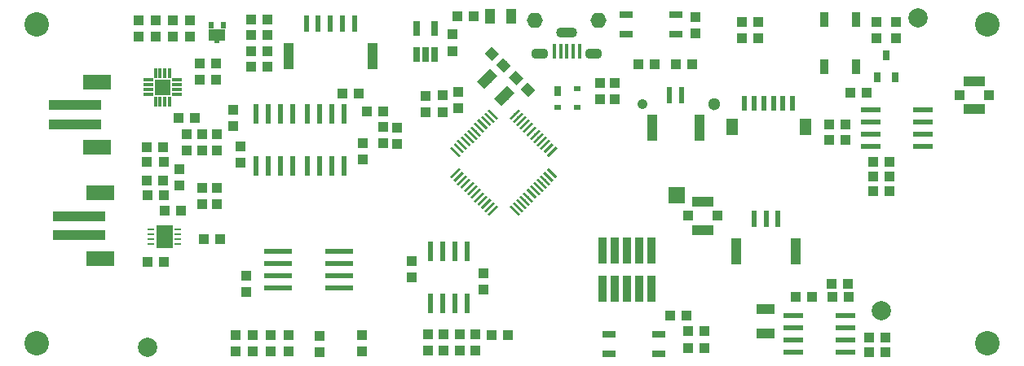
<source format=gbr>
G04 #@! TF.GenerationSoftware,KiCad,Pcbnew,(5.0.0)*
G04 #@! TF.CreationDate,2018-12-11T15:37:44-06:00*
G04 #@! TF.ProjectId,fk-core,666B2D636F72652E6B696361645F7063,0.1*
G04 #@! TF.SameCoordinates,PX791ddc0PY791ddc0*
G04 #@! TF.FileFunction,Soldermask,Top*
G04 #@! TF.FilePolarity,Negative*
%FSLAX46Y46*%
G04 Gerber Fmt 4.6, Leading zero omitted, Abs format (unit mm)*
G04 Created by KiCad (PCBNEW (5.0.0)) date 12/11/18 15:37:44*
%MOMM*%
%LPD*%
G01*
G04 APERTURE LIST*
%ADD10R,5.500000X1.000000*%
%ADD11R,3.000000X1.600000*%
%ADD12O,1.651000X1.600000*%
%ADD13R,0.450000X1.500000*%
%ADD14O,1.800000X1.100000*%
%ADD15O,2.200000X1.100000*%
%ADD16R,0.700000X0.250000*%
%ADD17R,1.660000X2.380000*%
%ADD18R,1.100000X1.000000*%
%ADD19R,1.000000X1.100000*%
%ADD20R,0.650000X1.560000*%
%ADD21R,0.600000X1.700000*%
%ADD22R,1.000000X2.800000*%
%ADD23R,1.700000X1.700000*%
%ADD24R,3.000000X0.600000*%
%ADD25R,0.600000X2.000000*%
%ADD26R,1.000000X1.500000*%
%ADD27R,1.450000X0.700000*%
%ADD28C,1.050000*%
%ADD29C,1.300000*%
%ADD30R,0.900000X1.500000*%
%ADD31C,1.000000*%
%ADD32C,0.100000*%
%ADD33R,0.600000X0.700000*%
%ADD34R,1.800000X1.300000*%
%ADD35R,0.600000X0.450000*%
%ADD36R,0.700000X1.000000*%
%ADD37R,0.700000X0.600000*%
%ADD38C,2.000000*%
%ADD39R,0.650000X1.050000*%
%ADD40C,0.250000*%
%ADD41R,0.890000X0.890000*%
%ADD42R,0.990000X0.420000*%
%ADD43R,0.420000X0.990000*%
%ADD44R,0.440000X0.990000*%
%ADD45R,2.000000X0.600000*%
%ADD46C,1.100000*%
%ADD47R,1.900000X1.100000*%
%ADD48R,0.600000X1.550000*%
%ADD49R,1.200000X1.800000*%
%ADD50R,0.950000X2.700000*%
%ADD51R,2.200000X1.050000*%
%ADD52R,1.050000X1.000000*%
%ADD53C,2.540000*%
G04 APERTURE END LIST*
D10*
G04 #@! TO.C,J3*
X-46863000Y7477000D03*
X-46863000Y5477000D03*
D11*
X-44613000Y9877000D03*
X-44613000Y3077000D03*
G04 #@! TD*
D10*
G04 #@! TO.C,J10*
X-46482000Y-4096000D03*
X-46482000Y-6096000D03*
D11*
X-44232000Y-1696000D03*
X-44232000Y-8496000D03*
G04 #@! TD*
D12*
G04 #@! TO.C,J9*
X861000Y16259000D03*
X7461000Y16259000D03*
G04 #@! TD*
D13*
G04 #@! TO.C,J16*
X5491000Y13077000D03*
D14*
X6991000Y12827000D03*
X1391000Y12827000D03*
D13*
X4191000Y13077000D03*
X4841000Y13077000D03*
X3541000Y13077000D03*
X2891000Y13077000D03*
D15*
X4191000Y14977000D03*
G04 #@! TD*
D16*
G04 #@! TO.C,U15*
X-36192000Y-6973000D03*
X-36192000Y-6473000D03*
X-36192000Y-5973000D03*
X-36192000Y-5473000D03*
X-38992000Y-5473000D03*
X-38992000Y-5973000D03*
X-38992000Y-6473000D03*
X-38992000Y-6973000D03*
D17*
X-37592000Y-6223000D03*
G04 #@! TD*
D18*
G04 #@! TO.C,C39*
X-39419000Y-381000D03*
X-37719000Y-381000D03*
G04 #@! TD*
G04 #@! TO.C,C40*
X-37553000Y-3556000D03*
X-35853000Y-3556000D03*
G04 #@! TD*
D19*
G04 #@! TO.C,R46*
X-33655000Y-1182000D03*
X-33655000Y-2882000D03*
G04 #@! TD*
G04 #@! TO.C,R45*
X-32131000Y-2882000D03*
X-32131000Y-1182000D03*
G04 #@! TD*
D18*
G04 #@! TO.C,R44*
X-39331000Y-8890000D03*
X-37631000Y-8890000D03*
G04 #@! TD*
G04 #@! TO.C,R43*
X-31789000Y-6477000D03*
X-33489000Y-6477000D03*
G04 #@! TD*
G04 #@! TO.C,R42*
X-39331000Y-1905000D03*
X-37631000Y-1905000D03*
G04 #@! TD*
D20*
G04 #@! TO.C,U4*
X-11440442Y12715608D03*
X-10490442Y12715608D03*
X-9540442Y12715608D03*
X-9540442Y15415608D03*
X-11440442Y15415608D03*
G04 #@! TD*
D21*
G04 #@! TO.C,J6*
X-17864200Y15923000D03*
X-19114200Y15923000D03*
X-20364200Y15923000D03*
X-21614200Y15923000D03*
X-22864200Y15923000D03*
D22*
X-16014200Y12573000D03*
X-24714200Y12573000D03*
G04 #@! TD*
D21*
G04 #@! TO.C,J8*
X16131700Y8477800D03*
X14881700Y8477800D03*
D22*
X17981700Y5127800D03*
X13031700Y5127800D03*
G04 #@! TD*
D23*
G04 #@! TO.C,J4*
X15621000Y-1905000D03*
G04 #@! TD*
D24*
G04 #@! TO.C,U5*
X-25806000Y-11557000D03*
X-25806000Y-10287000D03*
X-25806000Y-9017000D03*
X-25806000Y-7747000D03*
X-19406000Y-7747000D03*
X-19406000Y-9017000D03*
X-19406000Y-10287000D03*
X-19406000Y-11557000D03*
G04 #@! TD*
D25*
G04 #@! TO.C,U9*
X-18923000Y1110000D03*
X-20193000Y1110000D03*
X-21463000Y1110000D03*
X-22733000Y1110000D03*
X-22733000Y6510000D03*
X-21463000Y6510000D03*
X-20193000Y6510000D03*
X-18923000Y6510000D03*
G04 #@! TD*
D26*
G04 #@! TO.C,F1*
X-3780000Y16700000D03*
X-1580000Y16700000D03*
G04 #@! TD*
D19*
G04 #@! TO.C,C16*
X-6926802Y-16440022D03*
X-6926802Y-18140022D03*
G04 #@! TD*
D21*
G04 #@! TO.C,J5*
X26142000Y-4400000D03*
X24892000Y-4400000D03*
X23642000Y-4400000D03*
D22*
X27992000Y-7750000D03*
X21792000Y-7750000D03*
G04 #@! TD*
D27*
G04 #@! TO.C,SW2*
X15495900Y16875000D03*
X10335900Y16875000D03*
X10335900Y14875000D03*
X15495900Y14875000D03*
G04 #@! TD*
G04 #@! TO.C,SW1*
X8545200Y-18399000D03*
X13705200Y-18399000D03*
X13705200Y-16399000D03*
X8545200Y-16399000D03*
G04 #@! TD*
D28*
G04 #@! TO.C,BT1*
X12023600Y7518400D03*
D29*
X19473600Y7518400D03*
G04 #@! TD*
D30*
G04 #@! TO.C,U13*
X30912800Y11431100D03*
X34212800Y11431100D03*
X34212800Y16331100D03*
X30912800Y16331100D03*
G04 #@! TD*
D19*
G04 #@! TO.C,C33*
X-10228802Y-16440022D03*
X-10228802Y-18140022D03*
G04 #@! TD*
G04 #@! TO.C,C34*
X-8577802Y-16440022D03*
X-8577802Y-18140022D03*
G04 #@! TD*
G04 #@! TO.C,R7*
X-11938000Y-10502000D03*
X-11938000Y-8802000D03*
G04 #@! TD*
G04 #@! TO.C,C1*
X-7086600Y7154976D03*
X-7086600Y8854976D03*
G04 #@! TD*
D31*
G04 #@! TO.C,C3*
X-2384279Y11602963D03*
D32*
G36*
X-1641817Y11567608D02*
X-2348924Y10860501D01*
X-3126741Y11638318D01*
X-2419634Y12345425D01*
X-1641817Y11567608D01*
X-1641817Y11567608D01*
G37*
D31*
X-3586361Y12805045D03*
D32*
G36*
X-2843899Y12769690D02*
X-3551006Y12062583D01*
X-4328823Y12840400D01*
X-3621716Y13547507D01*
X-2843899Y12769690D01*
X-2843899Y12769690D01*
G37*
G04 #@! TD*
D31*
G04 #@! TO.C,C4*
X-1054920Y10273604D03*
D32*
G36*
X-1797382Y10308959D02*
X-1090275Y11016066D01*
X-312458Y10238249D01*
X-1019565Y9531142D01*
X-1797382Y10308959D01*
X-1797382Y10308959D01*
G37*
D31*
X147162Y9071522D03*
D32*
G36*
X-595300Y9106877D02*
X111807Y9813984D01*
X889624Y9036167D01*
X182517Y8329060D01*
X-595300Y9106877D01*
X-595300Y9106877D01*
G37*
G04 #@! TD*
D19*
G04 #@! TO.C,C7*
X-8714208Y6748576D03*
X-8714208Y8448576D03*
G04 #@! TD*
G04 #@! TO.C,C11*
X-7697842Y14799994D03*
X-7697842Y13099994D03*
G04 #@! TD*
D18*
G04 #@! TO.C,C12*
X-32197353Y11760341D03*
X-33897353Y11760341D03*
G04 #@! TD*
D19*
G04 #@! TO.C,C18*
X-29083000Y-10326000D03*
X-29083000Y-12026000D03*
G04 #@! TD*
D18*
G04 #@! TO.C,C19*
X-39458000Y3048000D03*
X-37758000Y3048000D03*
G04 #@! TD*
G04 #@! TO.C,C20*
X-34456000Y6096000D03*
X-36156000Y6096000D03*
G04 #@! TD*
G04 #@! TO.C,C21*
X-19138000Y8636000D03*
X-17438000Y8636000D03*
G04 #@! TD*
G04 #@! TO.C,C22*
X29679000Y-12522200D03*
X27979000Y-12522200D03*
G04 #@! TD*
G04 #@! TO.C,C24*
X33362000Y-11176000D03*
X31662000Y-11176000D03*
G04 #@! TD*
D19*
G04 #@! TO.C,D1*
X36347400Y14418600D03*
X36347400Y16118600D03*
G04 #@! TD*
G04 #@! TO.C,D2*
X-28397200Y-16450600D03*
X-28397200Y-18150600D03*
G04 #@! TD*
G04 #@! TO.C,D3*
X-24731530Y-16470430D03*
X-24731530Y-18170430D03*
G04 #@! TD*
D33*
G04 #@! TO.C,D7*
X-31481000Y15807400D03*
X-32781000Y15807400D03*
D34*
X-32131000Y14757400D03*
D35*
X-32131000Y14082400D03*
G04 #@! TD*
D36*
G04 #@! TO.C,D8*
X3260000Y8950000D03*
D37*
X3260000Y7250000D03*
X5260000Y7250000D03*
X5260000Y9150000D03*
G04 #@! TD*
D18*
G04 #@! TO.C,D9*
X-28612200Y16335400D03*
X-26912200Y16335400D03*
G04 #@! TD*
G04 #@! TO.C,D10*
X-28612200Y13084200D03*
X-26912200Y13084200D03*
G04 #@! TD*
D19*
G04 #@! TO.C,D11*
X22372800Y14390000D03*
X22372800Y16090000D03*
G04 #@! TD*
G04 #@! TO.C,L1*
X-10457008Y6733376D03*
X-10457008Y8433376D03*
G04 #@! TD*
D18*
G04 #@! TO.C,L2*
X-7210000Y16680000D03*
X-5510000Y16680000D03*
G04 #@! TD*
D38*
G04 #@! TO.C,M2*
X36830000Y-13970000D03*
G04 #@! TD*
G04 #@! TO.C,M5*
X40640000Y16510000D03*
G04 #@! TD*
G04 #@! TO.C,M8*
X-39370000Y-17780000D03*
G04 #@! TD*
D39*
G04 #@! TO.C,Q1*
X36413400Y10327000D03*
X38313400Y10327000D03*
X37363400Y12627000D03*
G04 #@! TD*
D19*
G04 #@! TO.C,R2*
X-17094200Y-16450600D03*
X-17094200Y-18150600D03*
G04 #@! TD*
G04 #@! TO.C,R3*
X38379400Y16118600D03*
X38379400Y14418600D03*
G04 #@! TD*
G04 #@! TO.C,R4*
X-30226000Y-16450600D03*
X-30226000Y-18150600D03*
G04 #@! TD*
G04 #@! TO.C,R5*
X-26568400Y-16501400D03*
X-26568400Y-18201400D03*
G04 #@! TD*
G04 #@! TO.C,R6*
X-4445000Y-11772000D03*
X-4445000Y-10072000D03*
G04 #@! TD*
D18*
G04 #@! TO.C,R8*
X18503000Y-17856200D03*
X16803000Y-17856200D03*
G04 #@! TD*
G04 #@! TO.C,R9*
X18503000Y-16078200D03*
X16803000Y-16078200D03*
G04 #@! TD*
G04 #@! TO.C,R10*
X11621400Y11684000D03*
X13321400Y11684000D03*
G04 #@! TD*
G04 #@! TO.C,R17*
X17182200Y11684000D03*
X15482200Y11684000D03*
G04 #@! TD*
G04 #@! TO.C,R21*
X-32197353Y10083941D03*
X-33897353Y10083941D03*
G04 #@! TD*
D19*
G04 #@! TO.C,R22*
X-34977753Y16267941D03*
X-34977753Y14567941D03*
G04 #@! TD*
G04 #@! TO.C,R23*
X9144000Y9740000D03*
X9144000Y8040000D03*
G04 #@! TD*
G04 #@! TO.C,R24*
X-36755753Y16267941D03*
X-36755753Y14567941D03*
G04 #@! TD*
G04 #@! TO.C,R25*
X-38482953Y16267941D03*
X-38482953Y14567941D03*
G04 #@! TD*
G04 #@! TO.C,R30*
X7620000Y9740000D03*
X7620000Y8040000D03*
G04 #@! TD*
D18*
G04 #@! TO.C,R32*
X-28612200Y14709800D03*
X-26912200Y14709800D03*
G04 #@! TD*
G04 #@! TO.C,R33*
X-28612200Y11458600D03*
X-26912200Y11458600D03*
G04 #@! TD*
D19*
G04 #@! TO.C,R34*
X-40260953Y14567941D03*
X-40260953Y16267941D03*
G04 #@! TD*
D18*
G04 #@! TO.C,R37*
X33438200Y-12522200D03*
X31738200Y-12522200D03*
G04 #@! TD*
D19*
G04 #@! TO.C,R39*
X24100000Y14390000D03*
X24100000Y16090000D03*
G04 #@! TD*
D40*
G04 #@! TO.C,U2*
X-3493571Y6519058D03*
D32*
G36*
X-4041579Y6890289D02*
X-3864802Y7067066D01*
X-2945563Y6147827D01*
X-3122340Y5971050D01*
X-4041579Y6890289D01*
X-4041579Y6890289D01*
G37*
D40*
X-3847124Y6165505D03*
D32*
G36*
X-4395132Y6536736D02*
X-4218355Y6713513D01*
X-3299116Y5794274D01*
X-3475893Y5617497D01*
X-4395132Y6536736D01*
X-4395132Y6536736D01*
G37*
D40*
X-4200678Y5811951D03*
D32*
G36*
X-4748686Y6183182D02*
X-4571909Y6359959D01*
X-3652670Y5440720D01*
X-3829447Y5263943D01*
X-4748686Y6183182D01*
X-4748686Y6183182D01*
G37*
D40*
X-4554231Y5458398D03*
D32*
G36*
X-5102239Y5829629D02*
X-4925462Y6006406D01*
X-4006223Y5087167D01*
X-4183000Y4910390D01*
X-5102239Y5829629D01*
X-5102239Y5829629D01*
G37*
D40*
X-4907784Y5104845D03*
D32*
G36*
X-5455792Y5476076D02*
X-5279015Y5652853D01*
X-4359776Y4733614D01*
X-4536553Y4556837D01*
X-5455792Y5476076D01*
X-5455792Y5476076D01*
G37*
D40*
X-5261338Y4751291D03*
D32*
G36*
X-5809346Y5122522D02*
X-5632569Y5299299D01*
X-4713330Y4380060D01*
X-4890107Y4203283D01*
X-5809346Y5122522D01*
X-5809346Y5122522D01*
G37*
D40*
X-5614891Y4397738D03*
D32*
G36*
X-6162899Y4768969D02*
X-5986122Y4945746D01*
X-5066883Y4026507D01*
X-5243660Y3849730D01*
X-6162899Y4768969D01*
X-6162899Y4768969D01*
G37*
D40*
X-5968445Y4044184D03*
D32*
G36*
X-6516453Y4415415D02*
X-6339676Y4592192D01*
X-5420437Y3672953D01*
X-5597214Y3496176D01*
X-6516453Y4415415D01*
X-6516453Y4415415D01*
G37*
D40*
X-6321998Y3690631D03*
D32*
G36*
X-6870006Y4061862D02*
X-6693229Y4238639D01*
X-5773990Y3319400D01*
X-5950767Y3142623D01*
X-6870006Y4061862D01*
X-6870006Y4061862D01*
G37*
D40*
X-6675551Y3337078D03*
D32*
G36*
X-7223559Y3708309D02*
X-7046782Y3885086D01*
X-6127543Y2965847D01*
X-6304320Y2789070D01*
X-7223559Y3708309D01*
X-7223559Y3708309D01*
G37*
D40*
X-7029105Y2983524D03*
D32*
G36*
X-7577113Y3354755D02*
X-7400336Y3531532D01*
X-6481097Y2612293D01*
X-6657874Y2435516D01*
X-7577113Y3354755D01*
X-7577113Y3354755D01*
G37*
D40*
X-7382658Y2629971D03*
D32*
G36*
X-7930666Y3001202D02*
X-7753889Y3177979D01*
X-6834650Y2258740D01*
X-7011427Y2081963D01*
X-7930666Y3001202D01*
X-7930666Y3001202D01*
G37*
D40*
X-7382658Y367229D03*
D32*
G36*
X-7753889Y-180779D02*
X-7930666Y-4002D01*
X-7011427Y915237D01*
X-6834650Y738460D01*
X-7753889Y-180779D01*
X-7753889Y-180779D01*
G37*
D40*
X-7029105Y13676D03*
D32*
G36*
X-7400336Y-534332D02*
X-7577113Y-357555D01*
X-6657874Y561684D01*
X-6481097Y384907D01*
X-7400336Y-534332D01*
X-7400336Y-534332D01*
G37*
D40*
X-6675551Y-339878D03*
D32*
G36*
X-7046782Y-887886D02*
X-7223559Y-711109D01*
X-6304320Y208130D01*
X-6127543Y31353D01*
X-7046782Y-887886D01*
X-7046782Y-887886D01*
G37*
D40*
X-6321998Y-693431D03*
D32*
G36*
X-6693229Y-1241439D02*
X-6870006Y-1064662D01*
X-5950767Y-145423D01*
X-5773990Y-322200D01*
X-6693229Y-1241439D01*
X-6693229Y-1241439D01*
G37*
D40*
X-5968445Y-1046984D03*
D32*
G36*
X-6339676Y-1594992D02*
X-6516453Y-1418215D01*
X-5597214Y-498976D01*
X-5420437Y-675753D01*
X-6339676Y-1594992D01*
X-6339676Y-1594992D01*
G37*
D40*
X-5614891Y-1400538D03*
D32*
G36*
X-5986122Y-1948546D02*
X-6162899Y-1771769D01*
X-5243660Y-852530D01*
X-5066883Y-1029307D01*
X-5986122Y-1948546D01*
X-5986122Y-1948546D01*
G37*
D40*
X-5261338Y-1754091D03*
D32*
G36*
X-5632569Y-2302099D02*
X-5809346Y-2125322D01*
X-4890107Y-1206083D01*
X-4713330Y-1382860D01*
X-5632569Y-2302099D01*
X-5632569Y-2302099D01*
G37*
D40*
X-4907784Y-2107645D03*
D32*
G36*
X-5279015Y-2655653D02*
X-5455792Y-2478876D01*
X-4536553Y-1559637D01*
X-4359776Y-1736414D01*
X-5279015Y-2655653D01*
X-5279015Y-2655653D01*
G37*
D40*
X-4554231Y-2461198D03*
D32*
G36*
X-4925462Y-3009206D02*
X-5102239Y-2832429D01*
X-4183000Y-1913190D01*
X-4006223Y-2089967D01*
X-4925462Y-3009206D01*
X-4925462Y-3009206D01*
G37*
D40*
X-4200678Y-2814751D03*
D32*
G36*
X-4571909Y-3362759D02*
X-4748686Y-3185982D01*
X-3829447Y-2266743D01*
X-3652670Y-2443520D01*
X-4571909Y-3362759D01*
X-4571909Y-3362759D01*
G37*
D40*
X-3847124Y-3168305D03*
D32*
G36*
X-4218355Y-3716313D02*
X-4395132Y-3539536D01*
X-3475893Y-2620297D01*
X-3299116Y-2797074D01*
X-4218355Y-3716313D01*
X-4218355Y-3716313D01*
G37*
D40*
X-3493571Y-3521858D03*
D32*
G36*
X-3864802Y-4069866D02*
X-4041579Y-3893089D01*
X-3122340Y-2973850D01*
X-2945563Y-3150627D01*
X-3864802Y-4069866D01*
X-3864802Y-4069866D01*
G37*
D40*
X-1230829Y-3521858D03*
D32*
G36*
X-1778837Y-3150627D02*
X-1602060Y-2973850D01*
X-682821Y-3893089D01*
X-859598Y-4069866D01*
X-1778837Y-3150627D01*
X-1778837Y-3150627D01*
G37*
D40*
X-877276Y-3168305D03*
D32*
G36*
X-1425284Y-2797074D02*
X-1248507Y-2620297D01*
X-329268Y-3539536D01*
X-506045Y-3716313D01*
X-1425284Y-2797074D01*
X-1425284Y-2797074D01*
G37*
D40*
X-523722Y-2814751D03*
D32*
G36*
X-1071730Y-2443520D02*
X-894953Y-2266743D01*
X24286Y-3185982D01*
X-152491Y-3362759D01*
X-1071730Y-2443520D01*
X-1071730Y-2443520D01*
G37*
D40*
X-170169Y-2461198D03*
D32*
G36*
X-718177Y-2089967D02*
X-541400Y-1913190D01*
X377839Y-2832429D01*
X201062Y-3009206D01*
X-718177Y-2089967D01*
X-718177Y-2089967D01*
G37*
D40*
X183384Y-2107645D03*
D32*
G36*
X-364624Y-1736414D02*
X-187847Y-1559637D01*
X731392Y-2478876D01*
X554615Y-2655653D01*
X-364624Y-1736414D01*
X-364624Y-1736414D01*
G37*
D40*
X536938Y-1754091D03*
D32*
G36*
X-11070Y-1382860D02*
X165707Y-1206083D01*
X1084946Y-2125322D01*
X908169Y-2302099D01*
X-11070Y-1382860D01*
X-11070Y-1382860D01*
G37*
D40*
X890491Y-1400538D03*
D32*
G36*
X342483Y-1029307D02*
X519260Y-852530D01*
X1438499Y-1771769D01*
X1261722Y-1948546D01*
X342483Y-1029307D01*
X342483Y-1029307D01*
G37*
D40*
X1244045Y-1046984D03*
D32*
G36*
X696037Y-675753D02*
X872814Y-498976D01*
X1792053Y-1418215D01*
X1615276Y-1594992D01*
X696037Y-675753D01*
X696037Y-675753D01*
G37*
D40*
X1597598Y-693431D03*
D32*
G36*
X1049590Y-322200D02*
X1226367Y-145423D01*
X2145606Y-1064662D01*
X1968829Y-1241439D01*
X1049590Y-322200D01*
X1049590Y-322200D01*
G37*
D40*
X1951151Y-339878D03*
D32*
G36*
X1403143Y31353D02*
X1579920Y208130D01*
X2499159Y-711109D01*
X2322382Y-887886D01*
X1403143Y31353D01*
X1403143Y31353D01*
G37*
D40*
X2304705Y13676D03*
D32*
G36*
X1756697Y384907D02*
X1933474Y561684D01*
X2852713Y-357555D01*
X2675936Y-534332D01*
X1756697Y384907D01*
X1756697Y384907D01*
G37*
D40*
X2658258Y367229D03*
D32*
G36*
X2110250Y738460D02*
X2287027Y915237D01*
X3206266Y-4002D01*
X3029489Y-180779D01*
X2110250Y738460D01*
X2110250Y738460D01*
G37*
D40*
X2658258Y2629971D03*
D32*
G36*
X2287027Y2081963D02*
X2110250Y2258740D01*
X3029489Y3177979D01*
X3206266Y3001202D01*
X2287027Y2081963D01*
X2287027Y2081963D01*
G37*
D40*
X2304705Y2983524D03*
D32*
G36*
X1933474Y2435516D02*
X1756697Y2612293D01*
X2675936Y3531532D01*
X2852713Y3354755D01*
X1933474Y2435516D01*
X1933474Y2435516D01*
G37*
D40*
X1951151Y3337078D03*
D32*
G36*
X1579920Y2789070D02*
X1403143Y2965847D01*
X2322382Y3885086D01*
X2499159Y3708309D01*
X1579920Y2789070D01*
X1579920Y2789070D01*
G37*
D40*
X1597598Y3690631D03*
D32*
G36*
X1226367Y3142623D02*
X1049590Y3319400D01*
X1968829Y4238639D01*
X2145606Y4061862D01*
X1226367Y3142623D01*
X1226367Y3142623D01*
G37*
D40*
X1244045Y4044184D03*
D32*
G36*
X872814Y3496176D02*
X696037Y3672953D01*
X1615276Y4592192D01*
X1792053Y4415415D01*
X872814Y3496176D01*
X872814Y3496176D01*
G37*
D40*
X890491Y4397738D03*
D32*
G36*
X519260Y3849730D02*
X342483Y4026507D01*
X1261722Y4945746D01*
X1438499Y4768969D01*
X519260Y3849730D01*
X519260Y3849730D01*
G37*
D40*
X536938Y4751291D03*
D32*
G36*
X165707Y4203283D02*
X-11070Y4380060D01*
X908169Y5299299D01*
X1084946Y5122522D01*
X165707Y4203283D01*
X165707Y4203283D01*
G37*
D40*
X183384Y5104845D03*
D32*
G36*
X-187847Y4556837D02*
X-364624Y4733614D01*
X554615Y5652853D01*
X731392Y5476076D01*
X-187847Y4556837D01*
X-187847Y4556837D01*
G37*
D40*
X-170169Y5458398D03*
D32*
G36*
X-541400Y4910390D02*
X-718177Y5087167D01*
X201062Y6006406D01*
X377839Y5829629D01*
X-541400Y4910390D01*
X-541400Y4910390D01*
G37*
D40*
X-523722Y5811951D03*
D32*
G36*
X-894953Y5263943D02*
X-1071730Y5440720D01*
X-152491Y6359959D01*
X24286Y6183182D01*
X-894953Y5263943D01*
X-894953Y5263943D01*
G37*
D40*
X-877276Y6165505D03*
D32*
G36*
X-1248507Y5617497D02*
X-1425284Y5794274D01*
X-506045Y6713513D01*
X-329268Y6536736D01*
X-1248507Y5617497D01*
X-1248507Y5617497D01*
G37*
D40*
X-1230829Y6519058D03*
D32*
G36*
X-1602060Y5971050D02*
X-1778837Y6147827D01*
X-859598Y7067066D01*
X-682821Y6890289D01*
X-1602060Y5971050D01*
X-1602060Y5971050D01*
G37*
G04 #@! TD*
D41*
G04 #@! TO.C,U6*
X-37409083Y8945133D03*
X-37409083Y9695133D03*
X-38159083Y9695133D03*
X-38159083Y8945133D03*
D42*
X-39259083Y10070133D03*
X-39259083Y9570133D03*
X-39259083Y9070133D03*
X-39259083Y8570133D03*
D43*
X-38534083Y7845133D03*
X-38034083Y7845133D03*
D44*
X-37534083Y7845133D03*
D43*
X-37034083Y7845133D03*
D42*
X-36309083Y8570133D03*
X-36309083Y9070133D03*
X-36309083Y9570133D03*
X-36309083Y10070133D03*
D43*
X-37034083Y10795133D03*
X-37534083Y10795133D03*
X-38034083Y10795133D03*
D44*
X-38534083Y10795133D03*
G04 #@! TD*
D45*
G04 #@! TO.C,U7*
X33103800Y-14478000D03*
X33103800Y-15748000D03*
X33103800Y-17018000D03*
X33103800Y-18288000D03*
X27703800Y-18288000D03*
X27703800Y-17018000D03*
X27703800Y-15748000D03*
X27703800Y-14478000D03*
G04 #@! TD*
D25*
G04 #@! TO.C,U12*
X-6159500Y-13147000D03*
X-7429500Y-13147000D03*
X-8699500Y-13147000D03*
X-9969500Y-13147000D03*
X-9969500Y-7747000D03*
X-8699500Y-7747000D03*
X-7429500Y-7747000D03*
X-6159500Y-7747000D03*
G04 #@! TD*
D46*
G04 #@! TO.C,Y1*
X-4058883Y10205683D03*
D32*
G36*
X-5119543Y9922840D02*
X-3776040Y11266343D01*
X-2998223Y10488526D01*
X-4341726Y9145023D01*
X-5119543Y9922840D01*
X-5119543Y9922840D01*
G37*
D46*
X-2291117Y8437917D03*
D32*
G36*
X-3351777Y8155074D02*
X-2008274Y9498577D01*
X-1230457Y8720760D01*
X-2573960Y7377257D01*
X-3351777Y8155074D01*
X-3351777Y8155074D01*
G37*
G04 #@! TD*
D47*
G04 #@! TO.C,Y2*
X24815800Y-16312200D03*
X24815800Y-13812200D03*
G04 #@! TD*
D19*
G04 #@! TO.C,C17*
X-5275802Y-16440022D03*
X-5275802Y-18140022D03*
G04 #@! TD*
D48*
G04 #@! TO.C,J13*
X27646000Y7675000D03*
X26646000Y7675000D03*
X25646000Y7675000D03*
X24646000Y7675000D03*
X23646000Y7675000D03*
X22646000Y7675000D03*
D49*
X28946000Y5150000D03*
X21346000Y5150000D03*
G04 #@! TD*
D19*
G04 #@! TO.C,C23*
X-33655000Y4406000D03*
X-33655000Y2706000D03*
G04 #@! TD*
G04 #@! TO.C,C25*
X-29718000Y1436000D03*
X-29718000Y3136000D03*
G04 #@! TD*
G04 #@! TO.C,R11*
X-35306000Y4406000D03*
X-35306000Y2706000D03*
G04 #@! TD*
G04 #@! TO.C,R12*
X-32131000Y4406000D03*
X-32131000Y2706000D03*
G04 #@! TD*
D25*
G04 #@! TO.C,U8*
X-24257000Y1110000D03*
X-25527000Y1110000D03*
X-26797000Y1110000D03*
X-28067000Y1110000D03*
X-28067000Y6510000D03*
X-26797000Y6510000D03*
X-25527000Y6510000D03*
X-24257000Y6510000D03*
G04 #@! TD*
D19*
G04 #@! TO.C,C26*
X-30480000Y6946000D03*
X-30480000Y5246000D03*
G04 #@! TD*
G04 #@! TO.C,C29*
X-14859000Y3468000D03*
X-14859000Y5168000D03*
G04 #@! TD*
G04 #@! TO.C,C30*
X-17018000Y3517000D03*
X-17018000Y1817000D03*
G04 #@! TD*
D18*
G04 #@! TO.C,R13*
X-14860800Y6807200D03*
X-16560800Y6807200D03*
G04 #@! TD*
D19*
G04 #@! TO.C,R14*
X-13462000Y5129000D03*
X-13462000Y3429000D03*
G04 #@! TD*
D50*
G04 #@! TO.C,J7*
X12954000Y-7652000D03*
X12954000Y-11652000D03*
X11684000Y-7652000D03*
X11684000Y-11652000D03*
X10414000Y-7652000D03*
X10414000Y-11652000D03*
X9144000Y-7652000D03*
X9144000Y-11652000D03*
X7874000Y-7652000D03*
X7874000Y-11652000D03*
G04 #@! TD*
D18*
G04 #@! TO.C,R16*
X33617724Y8769695D03*
X35317724Y8769695D03*
G04 #@! TD*
G04 #@! TO.C,R18*
X-3644000Y-16510000D03*
X-1944000Y-16510000D03*
G04 #@! TD*
D19*
G04 #@! TO.C,R19*
X-21463000Y-18249000D03*
X-21463000Y-16549000D03*
G04 #@! TD*
D18*
G04 #@! TO.C,C27*
X33108000Y3810000D03*
X31408000Y3810000D03*
G04 #@! TD*
G04 #@! TO.C,C28*
X33119800Y5476240D03*
X31419800Y5476240D03*
G04 #@! TD*
G04 #@! TO.C,C36*
X37680000Y1524000D03*
X35980000Y1524000D03*
G04 #@! TD*
D51*
G04 #@! TO.C,J11*
X46531800Y9958600D03*
D52*
X48056800Y8483600D03*
D51*
X46531800Y7008600D03*
D52*
X45006800Y8483600D03*
G04 #@! TD*
G04 #@! TO.C,J15*
X16763000Y-4064000D03*
D51*
X18288000Y-5539000D03*
D52*
X19813000Y-4064000D03*
D51*
X18288000Y-2589000D03*
G04 #@! TD*
D53*
G04 #@! TO.C,M1*
X47865000Y-17365000D03*
G04 #@! TD*
G04 #@! TO.C,M3*
X-50865000Y-17365000D03*
G04 #@! TD*
G04 #@! TO.C,M4*
X47865000Y15865000D03*
G04 #@! TD*
G04 #@! TO.C,M6*
X-50865000Y15865000D03*
G04 #@! TD*
D18*
G04 #@! TO.C,R29*
X35980000Y-1524000D03*
X37680000Y-1524000D03*
G04 #@! TD*
G04 #@! TO.C,R38*
X35980000Y0D03*
X37680000Y0D03*
G04 #@! TD*
D45*
G04 #@! TO.C,U11*
X41181000Y6959600D03*
X41181000Y5689600D03*
X41181000Y4419600D03*
X41181000Y3149600D03*
X35781000Y3149600D03*
X35781000Y4419600D03*
X35781000Y5689600D03*
X35781000Y6959600D03*
G04 #@! TD*
D18*
G04 #@! TO.C,R20*
X-39388330Y1524000D03*
X-37688330Y1524000D03*
G04 #@! TD*
D19*
G04 #@! TO.C,R28*
X-36068000Y-938000D03*
X-36068000Y762000D03*
G04 #@! TD*
D18*
G04 #@! TO.C,R40*
X35599000Y-18288000D03*
X37299000Y-18288000D03*
G04 #@! TD*
G04 #@! TO.C,R41*
X37260000Y-16764000D03*
X35560000Y-16764000D03*
G04 #@! TD*
D19*
G04 #@! TO.C,C37*
X17526000Y14898000D03*
X17526000Y16598000D03*
G04 #@! TD*
D18*
G04 #@! TO.C,C38*
X14898000Y-14478000D03*
X16598000Y-14478000D03*
G04 #@! TD*
M02*

</source>
